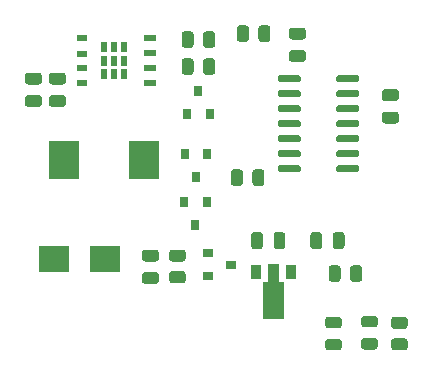
<source format=gtp>
G04 #@! TF.GenerationSoftware,KiCad,Pcbnew,5.1.9+dfsg1-1*
G04 #@! TF.CreationDate,2022-01-28T20:29:42-05:00*
G04 #@! TF.ProjectId,simplePWM,73696d70-6c65-4505-974d-2e6b69636164,rev?*
G04 #@! TF.SameCoordinates,Original*
G04 #@! TF.FileFunction,Paste,Top*
G04 #@! TF.FilePolarity,Positive*
%FSLAX46Y46*%
G04 Gerber Fmt 4.6, Leading zero omitted, Abs format (unit mm)*
G04 Created by KiCad (PCBNEW 5.1.9+dfsg1-1) date 2022-01-28 20:29:42*
%MOMM*%
%LPD*%
G01*
G04 APERTURE LIST*
%ADD10R,0.800000X0.900000*%
%ADD11C,0.100000*%
%ADD12R,0.900000X1.300000*%
%ADD13R,0.900000X0.800000*%
%ADD14R,0.600000X0.900000*%
%ADD15R,0.900000X0.600000*%
%ADD16R,1.050000X0.600000*%
%ADD17R,2.500000X2.300000*%
%ADD18R,2.500000X3.300000*%
G04 APERTURE END LIST*
D10*
X143256000Y-100568000D03*
X142306000Y-98568000D03*
X144206000Y-98568000D03*
X143510000Y-89170000D03*
X144460000Y-91170000D03*
X142560000Y-91170000D03*
D11*
G36*
X148993500Y-108472000D02*
G01*
X148993500Y-105347000D01*
X149410000Y-105347000D01*
X149410000Y-103872000D01*
X150310000Y-103872000D01*
X150310000Y-105347000D01*
X150726500Y-105347000D01*
X150726500Y-108472000D01*
X148993500Y-108472000D01*
G37*
D12*
X148360000Y-104522000D03*
X151360000Y-104522000D03*
G36*
G01*
X155170000Y-88288000D02*
X155170000Y-87988000D01*
G75*
G02*
X155320000Y-87838000I150000J0D01*
G01*
X156970000Y-87838000D01*
G75*
G02*
X157120000Y-87988000I0J-150000D01*
G01*
X157120000Y-88288000D01*
G75*
G02*
X156970000Y-88438000I-150000J0D01*
G01*
X155320000Y-88438000D01*
G75*
G02*
X155170000Y-88288000I0J150000D01*
G01*
G37*
G36*
G01*
X155170000Y-89558000D02*
X155170000Y-89258000D01*
G75*
G02*
X155320000Y-89108000I150000J0D01*
G01*
X156970000Y-89108000D01*
G75*
G02*
X157120000Y-89258000I0J-150000D01*
G01*
X157120000Y-89558000D01*
G75*
G02*
X156970000Y-89708000I-150000J0D01*
G01*
X155320000Y-89708000D01*
G75*
G02*
X155170000Y-89558000I0J150000D01*
G01*
G37*
G36*
G01*
X155170000Y-90828000D02*
X155170000Y-90528000D01*
G75*
G02*
X155320000Y-90378000I150000J0D01*
G01*
X156970000Y-90378000D01*
G75*
G02*
X157120000Y-90528000I0J-150000D01*
G01*
X157120000Y-90828000D01*
G75*
G02*
X156970000Y-90978000I-150000J0D01*
G01*
X155320000Y-90978000D01*
G75*
G02*
X155170000Y-90828000I0J150000D01*
G01*
G37*
G36*
G01*
X155170000Y-92098000D02*
X155170000Y-91798000D01*
G75*
G02*
X155320000Y-91648000I150000J0D01*
G01*
X156970000Y-91648000D01*
G75*
G02*
X157120000Y-91798000I0J-150000D01*
G01*
X157120000Y-92098000D01*
G75*
G02*
X156970000Y-92248000I-150000J0D01*
G01*
X155320000Y-92248000D01*
G75*
G02*
X155170000Y-92098000I0J150000D01*
G01*
G37*
G36*
G01*
X155170000Y-93368000D02*
X155170000Y-93068000D01*
G75*
G02*
X155320000Y-92918000I150000J0D01*
G01*
X156970000Y-92918000D01*
G75*
G02*
X157120000Y-93068000I0J-150000D01*
G01*
X157120000Y-93368000D01*
G75*
G02*
X156970000Y-93518000I-150000J0D01*
G01*
X155320000Y-93518000D01*
G75*
G02*
X155170000Y-93368000I0J150000D01*
G01*
G37*
G36*
G01*
X155170000Y-94638000D02*
X155170000Y-94338000D01*
G75*
G02*
X155320000Y-94188000I150000J0D01*
G01*
X156970000Y-94188000D01*
G75*
G02*
X157120000Y-94338000I0J-150000D01*
G01*
X157120000Y-94638000D01*
G75*
G02*
X156970000Y-94788000I-150000J0D01*
G01*
X155320000Y-94788000D01*
G75*
G02*
X155170000Y-94638000I0J150000D01*
G01*
G37*
G36*
G01*
X155170000Y-95908000D02*
X155170000Y-95608000D01*
G75*
G02*
X155320000Y-95458000I150000J0D01*
G01*
X156970000Y-95458000D01*
G75*
G02*
X157120000Y-95608000I0J-150000D01*
G01*
X157120000Y-95908000D01*
G75*
G02*
X156970000Y-96058000I-150000J0D01*
G01*
X155320000Y-96058000D01*
G75*
G02*
X155170000Y-95908000I0J150000D01*
G01*
G37*
G36*
G01*
X150220000Y-95908000D02*
X150220000Y-95608000D01*
G75*
G02*
X150370000Y-95458000I150000J0D01*
G01*
X152020000Y-95458000D01*
G75*
G02*
X152170000Y-95608000I0J-150000D01*
G01*
X152170000Y-95908000D01*
G75*
G02*
X152020000Y-96058000I-150000J0D01*
G01*
X150370000Y-96058000D01*
G75*
G02*
X150220000Y-95908000I0J150000D01*
G01*
G37*
G36*
G01*
X150220000Y-94638000D02*
X150220000Y-94338000D01*
G75*
G02*
X150370000Y-94188000I150000J0D01*
G01*
X152020000Y-94188000D01*
G75*
G02*
X152170000Y-94338000I0J-150000D01*
G01*
X152170000Y-94638000D01*
G75*
G02*
X152020000Y-94788000I-150000J0D01*
G01*
X150370000Y-94788000D01*
G75*
G02*
X150220000Y-94638000I0J150000D01*
G01*
G37*
G36*
G01*
X150220000Y-93368000D02*
X150220000Y-93068000D01*
G75*
G02*
X150370000Y-92918000I150000J0D01*
G01*
X152020000Y-92918000D01*
G75*
G02*
X152170000Y-93068000I0J-150000D01*
G01*
X152170000Y-93368000D01*
G75*
G02*
X152020000Y-93518000I-150000J0D01*
G01*
X150370000Y-93518000D01*
G75*
G02*
X150220000Y-93368000I0J150000D01*
G01*
G37*
G36*
G01*
X150220000Y-92098000D02*
X150220000Y-91798000D01*
G75*
G02*
X150370000Y-91648000I150000J0D01*
G01*
X152020000Y-91648000D01*
G75*
G02*
X152170000Y-91798000I0J-150000D01*
G01*
X152170000Y-92098000D01*
G75*
G02*
X152020000Y-92248000I-150000J0D01*
G01*
X150370000Y-92248000D01*
G75*
G02*
X150220000Y-92098000I0J150000D01*
G01*
G37*
G36*
G01*
X150220000Y-90828000D02*
X150220000Y-90528000D01*
G75*
G02*
X150370000Y-90378000I150000J0D01*
G01*
X152020000Y-90378000D01*
G75*
G02*
X152170000Y-90528000I0J-150000D01*
G01*
X152170000Y-90828000D01*
G75*
G02*
X152020000Y-90978000I-150000J0D01*
G01*
X150370000Y-90978000D01*
G75*
G02*
X150220000Y-90828000I0J150000D01*
G01*
G37*
G36*
G01*
X150220000Y-89558000D02*
X150220000Y-89258000D01*
G75*
G02*
X150370000Y-89108000I150000J0D01*
G01*
X152020000Y-89108000D01*
G75*
G02*
X152170000Y-89258000I0J-150000D01*
G01*
X152170000Y-89558000D01*
G75*
G02*
X152020000Y-89708000I-150000J0D01*
G01*
X150370000Y-89708000D01*
G75*
G02*
X150220000Y-89558000I0J150000D01*
G01*
G37*
G36*
G01*
X150220000Y-88288000D02*
X150220000Y-87988000D01*
G75*
G02*
X150370000Y-87838000I150000J0D01*
G01*
X152020000Y-87838000D01*
G75*
G02*
X152170000Y-87988000I0J-150000D01*
G01*
X152170000Y-88288000D01*
G75*
G02*
X152020000Y-88438000I-150000J0D01*
G01*
X150370000Y-88438000D01*
G75*
G02*
X150220000Y-88288000I0J150000D01*
G01*
G37*
G36*
G01*
X147277500Y-96069999D02*
X147277500Y-96970001D01*
G75*
G02*
X147027501Y-97220000I-249999J0D01*
G01*
X146502499Y-97220000D01*
G75*
G02*
X146252500Y-96970001I0J249999D01*
G01*
X146252500Y-96069999D01*
G75*
G02*
X146502499Y-95820000I249999J0D01*
G01*
X147027501Y-95820000D01*
G75*
G02*
X147277500Y-96069999I0J-249999D01*
G01*
G37*
G36*
G01*
X149102500Y-96069999D02*
X149102500Y-96970001D01*
G75*
G02*
X148852501Y-97220000I-249999J0D01*
G01*
X148327499Y-97220000D01*
G75*
G02*
X148077500Y-96970001I0J249999D01*
G01*
X148077500Y-96069999D01*
G75*
G02*
X148327499Y-95820000I249999J0D01*
G01*
X148852501Y-95820000D01*
G75*
G02*
X149102500Y-96069999I0J-249999D01*
G01*
G37*
G36*
G01*
X156356000Y-105098001D02*
X156356000Y-104197999D01*
G75*
G02*
X156605999Y-103948000I249999J0D01*
G01*
X157131001Y-103948000D01*
G75*
G02*
X157381000Y-104197999I0J-249999D01*
G01*
X157381000Y-105098001D01*
G75*
G02*
X157131001Y-105348000I-249999J0D01*
G01*
X156605999Y-105348000D01*
G75*
G02*
X156356000Y-105098001I0J249999D01*
G01*
G37*
G36*
G01*
X154531000Y-105098001D02*
X154531000Y-104197999D01*
G75*
G02*
X154780999Y-103948000I249999J0D01*
G01*
X155306001Y-103948000D01*
G75*
G02*
X155556000Y-104197999I0J-249999D01*
G01*
X155556000Y-105098001D01*
G75*
G02*
X155306001Y-105348000I-249999J0D01*
G01*
X154780999Y-105348000D01*
G75*
G02*
X154531000Y-105098001I0J249999D01*
G01*
G37*
G36*
G01*
X142182001Y-103636500D02*
X141281999Y-103636500D01*
G75*
G02*
X141032000Y-103386501I0J249999D01*
G01*
X141032000Y-102861499D01*
G75*
G02*
X141281999Y-102611500I249999J0D01*
G01*
X142182001Y-102611500D01*
G75*
G02*
X142432000Y-102861499I0J-249999D01*
G01*
X142432000Y-103386501D01*
G75*
G02*
X142182001Y-103636500I-249999J0D01*
G01*
G37*
G36*
G01*
X142182001Y-105461500D02*
X141281999Y-105461500D01*
G75*
G02*
X141032000Y-105211501I0J249999D01*
G01*
X141032000Y-104686499D01*
G75*
G02*
X141281999Y-104436500I249999J0D01*
G01*
X142182001Y-104436500D01*
G75*
G02*
X142432000Y-104686499I0J-249999D01*
G01*
X142432000Y-105211501D01*
G75*
G02*
X142182001Y-105461500I-249999J0D01*
G01*
G37*
G36*
G01*
X160978001Y-109328000D02*
X160077999Y-109328000D01*
G75*
G02*
X159828000Y-109078001I0J249999D01*
G01*
X159828000Y-108552999D01*
G75*
G02*
X160077999Y-108303000I249999J0D01*
G01*
X160978001Y-108303000D01*
G75*
G02*
X161228000Y-108552999I0J-249999D01*
G01*
X161228000Y-109078001D01*
G75*
G02*
X160978001Y-109328000I-249999J0D01*
G01*
G37*
G36*
G01*
X160978001Y-111153000D02*
X160077999Y-111153000D01*
G75*
G02*
X159828000Y-110903001I0J249999D01*
G01*
X159828000Y-110377999D01*
G75*
G02*
X160077999Y-110128000I249999J0D01*
G01*
X160978001Y-110128000D01*
G75*
G02*
X161228000Y-110377999I0J-249999D01*
G01*
X161228000Y-110903001D01*
G75*
G02*
X160978001Y-111153000I-249999J0D01*
G01*
G37*
G36*
G01*
X143910000Y-87572001D02*
X143910000Y-86671999D01*
G75*
G02*
X144159999Y-86422000I249999J0D01*
G01*
X144685001Y-86422000D01*
G75*
G02*
X144935000Y-86671999I0J-249999D01*
G01*
X144935000Y-87572001D01*
G75*
G02*
X144685001Y-87822000I-249999J0D01*
G01*
X144159999Y-87822000D01*
G75*
G02*
X143910000Y-87572001I0J249999D01*
G01*
G37*
G36*
G01*
X142085000Y-87572001D02*
X142085000Y-86671999D01*
G75*
G02*
X142334999Y-86422000I249999J0D01*
G01*
X142860001Y-86422000D01*
G75*
G02*
X143110000Y-86671999I0J-249999D01*
G01*
X143110000Y-87572001D01*
G75*
G02*
X142860001Y-87822000I-249999J0D01*
G01*
X142334999Y-87822000D01*
G75*
G02*
X142085000Y-87572001I0J249999D01*
G01*
G37*
G36*
G01*
X143110000Y-84385999D02*
X143110000Y-85286001D01*
G75*
G02*
X142860001Y-85536000I-249999J0D01*
G01*
X142334999Y-85536000D01*
G75*
G02*
X142085000Y-85286001I0J249999D01*
G01*
X142085000Y-84385999D01*
G75*
G02*
X142334999Y-84136000I249999J0D01*
G01*
X142860001Y-84136000D01*
G75*
G02*
X143110000Y-84385999I0J-249999D01*
G01*
G37*
G36*
G01*
X144935000Y-84385999D02*
X144935000Y-85286001D01*
G75*
G02*
X144685001Y-85536000I-249999J0D01*
G01*
X144159999Y-85536000D01*
G75*
G02*
X143910000Y-85286001I0J249999D01*
G01*
X143910000Y-84385999D01*
G75*
G02*
X144159999Y-84136000I249999J0D01*
G01*
X144685001Y-84136000D01*
G75*
G02*
X144935000Y-84385999I0J-249999D01*
G01*
G37*
G36*
G01*
X147785500Y-83877999D02*
X147785500Y-84778001D01*
G75*
G02*
X147535501Y-85028000I-249999J0D01*
G01*
X147010499Y-85028000D01*
G75*
G02*
X146760500Y-84778001I0J249999D01*
G01*
X146760500Y-83877999D01*
G75*
G02*
X147010499Y-83628000I249999J0D01*
G01*
X147535501Y-83628000D01*
G75*
G02*
X147785500Y-83877999I0J-249999D01*
G01*
G37*
G36*
G01*
X149610500Y-83877999D02*
X149610500Y-84778001D01*
G75*
G02*
X149360501Y-85028000I-249999J0D01*
G01*
X148835499Y-85028000D01*
G75*
G02*
X148585500Y-84778001I0J249999D01*
G01*
X148585500Y-83877999D01*
G75*
G02*
X148835499Y-83628000I249999J0D01*
G01*
X149360501Y-83628000D01*
G75*
G02*
X149610500Y-83877999I0J-249999D01*
G01*
G37*
D10*
X143322000Y-96488000D03*
X142372000Y-94488000D03*
X144272000Y-94488000D03*
D13*
X146288000Y-103886000D03*
X144288000Y-104836000D03*
X144288000Y-102936000D03*
D14*
X136394000Y-86614000D03*
D15*
X133694000Y-86014000D03*
D16*
X139414000Y-84704000D03*
X139414000Y-85974000D03*
X139414000Y-88524000D03*
X139414000Y-87254000D03*
D15*
X133694000Y-87214000D03*
X133694000Y-84734000D03*
X133694000Y-88494000D03*
D14*
X137244000Y-86614000D03*
X135544000Y-86614000D03*
X135544000Y-85464000D03*
X137244000Y-85464000D03*
X136394000Y-85464000D03*
X135544000Y-87764000D03*
X137244000Y-87764000D03*
X136394000Y-87764000D03*
G36*
G01*
X155396250Y-109278000D02*
X154483750Y-109278000D01*
G75*
G02*
X154240000Y-109034250I0J243750D01*
G01*
X154240000Y-108546750D01*
G75*
G02*
X154483750Y-108303000I243750J0D01*
G01*
X155396250Y-108303000D01*
G75*
G02*
X155640000Y-108546750I0J-243750D01*
G01*
X155640000Y-109034250D01*
G75*
G02*
X155396250Y-109278000I-243750J0D01*
G01*
G37*
G36*
G01*
X155396250Y-111153000D02*
X154483750Y-111153000D01*
G75*
G02*
X154240000Y-110909250I0J243750D01*
G01*
X154240000Y-110421750D01*
G75*
G02*
X154483750Y-110178000I243750J0D01*
G01*
X155396250Y-110178000D01*
G75*
G02*
X155640000Y-110421750I0J-243750D01*
G01*
X155640000Y-110909250D01*
G75*
G02*
X155396250Y-111153000I-243750J0D01*
G01*
G37*
D17*
X131318000Y-103378000D03*
X135618000Y-103378000D03*
G36*
G01*
X158444250Y-109199500D02*
X157531750Y-109199500D01*
G75*
G02*
X157288000Y-108955750I0J243750D01*
G01*
X157288000Y-108468250D01*
G75*
G02*
X157531750Y-108224500I243750J0D01*
G01*
X158444250Y-108224500D01*
G75*
G02*
X158688000Y-108468250I0J-243750D01*
G01*
X158688000Y-108955750D01*
G75*
G02*
X158444250Y-109199500I-243750J0D01*
G01*
G37*
G36*
G01*
X158444250Y-111074500D02*
X157531750Y-111074500D01*
G75*
G02*
X157288000Y-110830750I0J243750D01*
G01*
X157288000Y-110343250D01*
G75*
G02*
X157531750Y-110099500I243750J0D01*
G01*
X158444250Y-110099500D01*
G75*
G02*
X158688000Y-110343250I0J-243750D01*
G01*
X158688000Y-110830750D01*
G75*
G02*
X158444250Y-111074500I-243750J0D01*
G01*
G37*
D18*
X138938000Y-94996000D03*
X132138000Y-94996000D03*
G36*
G01*
X153982000Y-101379000D02*
X153982000Y-102329000D01*
G75*
G02*
X153732000Y-102579000I-250000J0D01*
G01*
X153232000Y-102579000D01*
G75*
G02*
X152982000Y-102329000I0J250000D01*
G01*
X152982000Y-101379000D01*
G75*
G02*
X153232000Y-101129000I250000J0D01*
G01*
X153732000Y-101129000D01*
G75*
G02*
X153982000Y-101379000I0J-250000D01*
G01*
G37*
G36*
G01*
X155882000Y-101379000D02*
X155882000Y-102329000D01*
G75*
G02*
X155632000Y-102579000I-250000J0D01*
G01*
X155132000Y-102579000D01*
G75*
G02*
X154882000Y-102329000I0J250000D01*
G01*
X154882000Y-101379000D01*
G75*
G02*
X155132000Y-101129000I250000J0D01*
G01*
X155632000Y-101129000D01*
G75*
G02*
X155882000Y-101379000I0J-250000D01*
G01*
G37*
G36*
G01*
X149868000Y-102329000D02*
X149868000Y-101379000D01*
G75*
G02*
X150118000Y-101129000I250000J0D01*
G01*
X150618000Y-101129000D01*
G75*
G02*
X150868000Y-101379000I0J-250000D01*
G01*
X150868000Y-102329000D01*
G75*
G02*
X150618000Y-102579000I-250000J0D01*
G01*
X150118000Y-102579000D01*
G75*
G02*
X149868000Y-102329000I0J250000D01*
G01*
G37*
G36*
G01*
X147968000Y-102329000D02*
X147968000Y-101379000D01*
G75*
G02*
X148218000Y-101129000I250000J0D01*
G01*
X148718000Y-101129000D01*
G75*
G02*
X148968000Y-101379000I0J-250000D01*
G01*
X148968000Y-102329000D01*
G75*
G02*
X148718000Y-102579000I-250000J0D01*
G01*
X148218000Y-102579000D01*
G75*
G02*
X147968000Y-102329000I0J250000D01*
G01*
G37*
G36*
G01*
X139921000Y-103624000D02*
X138971000Y-103624000D01*
G75*
G02*
X138721000Y-103374000I0J250000D01*
G01*
X138721000Y-102874000D01*
G75*
G02*
X138971000Y-102624000I250000J0D01*
G01*
X139921000Y-102624000D01*
G75*
G02*
X140171000Y-102874000I0J-250000D01*
G01*
X140171000Y-103374000D01*
G75*
G02*
X139921000Y-103624000I-250000J0D01*
G01*
G37*
G36*
G01*
X139921000Y-105524000D02*
X138971000Y-105524000D01*
G75*
G02*
X138721000Y-105274000I0J250000D01*
G01*
X138721000Y-104774000D01*
G75*
G02*
X138971000Y-104524000I250000J0D01*
G01*
X139921000Y-104524000D01*
G75*
G02*
X140171000Y-104774000I0J-250000D01*
G01*
X140171000Y-105274000D01*
G75*
G02*
X139921000Y-105524000I-250000J0D01*
G01*
G37*
G36*
G01*
X132047000Y-88638000D02*
X131097000Y-88638000D01*
G75*
G02*
X130847000Y-88388000I0J250000D01*
G01*
X130847000Y-87888000D01*
G75*
G02*
X131097000Y-87638000I250000J0D01*
G01*
X132047000Y-87638000D01*
G75*
G02*
X132297000Y-87888000I0J-250000D01*
G01*
X132297000Y-88388000D01*
G75*
G02*
X132047000Y-88638000I-250000J0D01*
G01*
G37*
G36*
G01*
X132047000Y-90538000D02*
X131097000Y-90538000D01*
G75*
G02*
X130847000Y-90288000I0J250000D01*
G01*
X130847000Y-89788000D01*
G75*
G02*
X131097000Y-89538000I250000J0D01*
G01*
X132047000Y-89538000D01*
G75*
G02*
X132297000Y-89788000I0J-250000D01*
G01*
X132297000Y-90288000D01*
G75*
G02*
X132047000Y-90538000I-250000J0D01*
G01*
G37*
G36*
G01*
X130015000Y-88638000D02*
X129065000Y-88638000D01*
G75*
G02*
X128815000Y-88388000I0J250000D01*
G01*
X128815000Y-87888000D01*
G75*
G02*
X129065000Y-87638000I250000J0D01*
G01*
X130015000Y-87638000D01*
G75*
G02*
X130265000Y-87888000I0J-250000D01*
G01*
X130265000Y-88388000D01*
G75*
G02*
X130015000Y-88638000I-250000J0D01*
G01*
G37*
G36*
G01*
X130015000Y-90538000D02*
X129065000Y-90538000D01*
G75*
G02*
X128815000Y-90288000I0J250000D01*
G01*
X128815000Y-89788000D01*
G75*
G02*
X129065000Y-89538000I250000J0D01*
G01*
X130015000Y-89538000D01*
G75*
G02*
X130265000Y-89788000I0J-250000D01*
G01*
X130265000Y-90288000D01*
G75*
G02*
X130015000Y-90538000I-250000J0D01*
G01*
G37*
G36*
G01*
X152367000Y-84828000D02*
X151417000Y-84828000D01*
G75*
G02*
X151167000Y-84578000I0J250000D01*
G01*
X151167000Y-84078000D01*
G75*
G02*
X151417000Y-83828000I250000J0D01*
G01*
X152367000Y-83828000D01*
G75*
G02*
X152617000Y-84078000I0J-250000D01*
G01*
X152617000Y-84578000D01*
G75*
G02*
X152367000Y-84828000I-250000J0D01*
G01*
G37*
G36*
G01*
X152367000Y-86728000D02*
X151417000Y-86728000D01*
G75*
G02*
X151167000Y-86478000I0J250000D01*
G01*
X151167000Y-85978000D01*
G75*
G02*
X151417000Y-85728000I250000J0D01*
G01*
X152367000Y-85728000D01*
G75*
G02*
X152617000Y-85978000I0J-250000D01*
G01*
X152617000Y-86478000D01*
G75*
G02*
X152367000Y-86728000I-250000J0D01*
G01*
G37*
G36*
G01*
X160241000Y-90040000D02*
X159291000Y-90040000D01*
G75*
G02*
X159041000Y-89790000I0J250000D01*
G01*
X159041000Y-89290000D01*
G75*
G02*
X159291000Y-89040000I250000J0D01*
G01*
X160241000Y-89040000D01*
G75*
G02*
X160491000Y-89290000I0J-250000D01*
G01*
X160491000Y-89790000D01*
G75*
G02*
X160241000Y-90040000I-250000J0D01*
G01*
G37*
G36*
G01*
X160241000Y-91940000D02*
X159291000Y-91940000D01*
G75*
G02*
X159041000Y-91690000I0J250000D01*
G01*
X159041000Y-91190000D01*
G75*
G02*
X159291000Y-90940000I250000J0D01*
G01*
X160241000Y-90940000D01*
G75*
G02*
X160491000Y-91190000I0J-250000D01*
G01*
X160491000Y-91690000D01*
G75*
G02*
X160241000Y-91940000I-250000J0D01*
G01*
G37*
M02*

</source>
